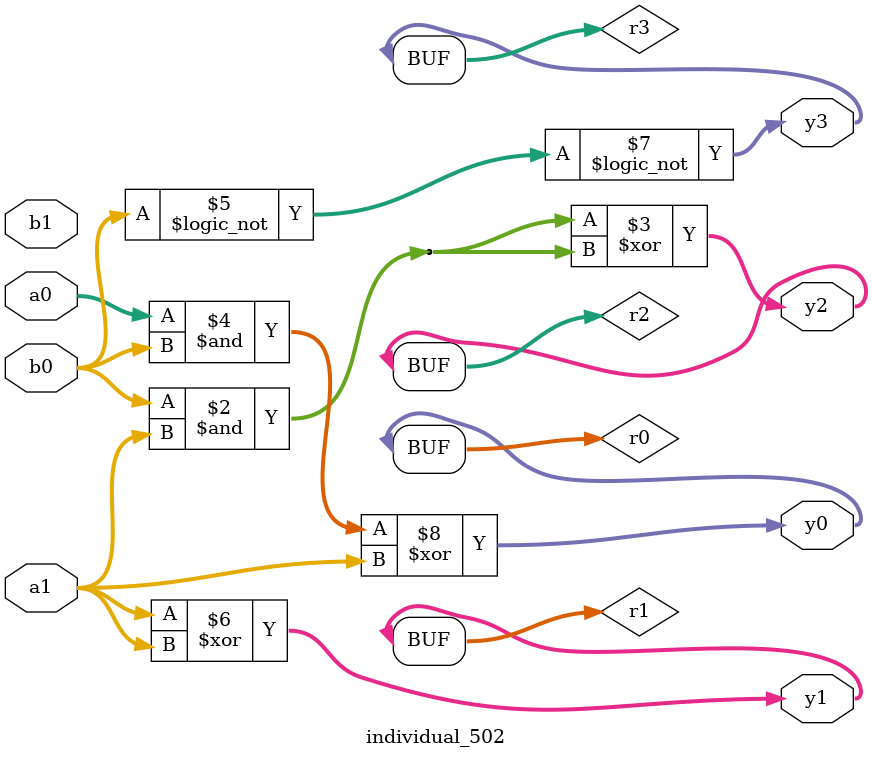
<source format=sv>
module individual_502(input logic [15:0] a1, input logic [15:0] a0, input logic [15:0] b1, input logic [15:0] b0, output logic [15:0] y3, output logic [15:0] y2, output logic [15:0] y1, output logic [15:0] y0);
logic [15:0] r0, r1, r2, r3; 
 always@(*) begin 
	 r0 = a0; r1 = a1; r2 = b0; r3 = b1; 
 	 r2  &=  r1 ;
 	 r2  ^=  r2 ;
 	 r0  &=  b0 ;
 	 r3 = ! b0 ;
 	 r1  ^=  r1 ;
 	 r3 = ! r3 ;
 	 r0  ^=  a1 ;
 	 y3 = r3; y2 = r2; y1 = r1; y0 = r0; 
end
endmodule
</source>
